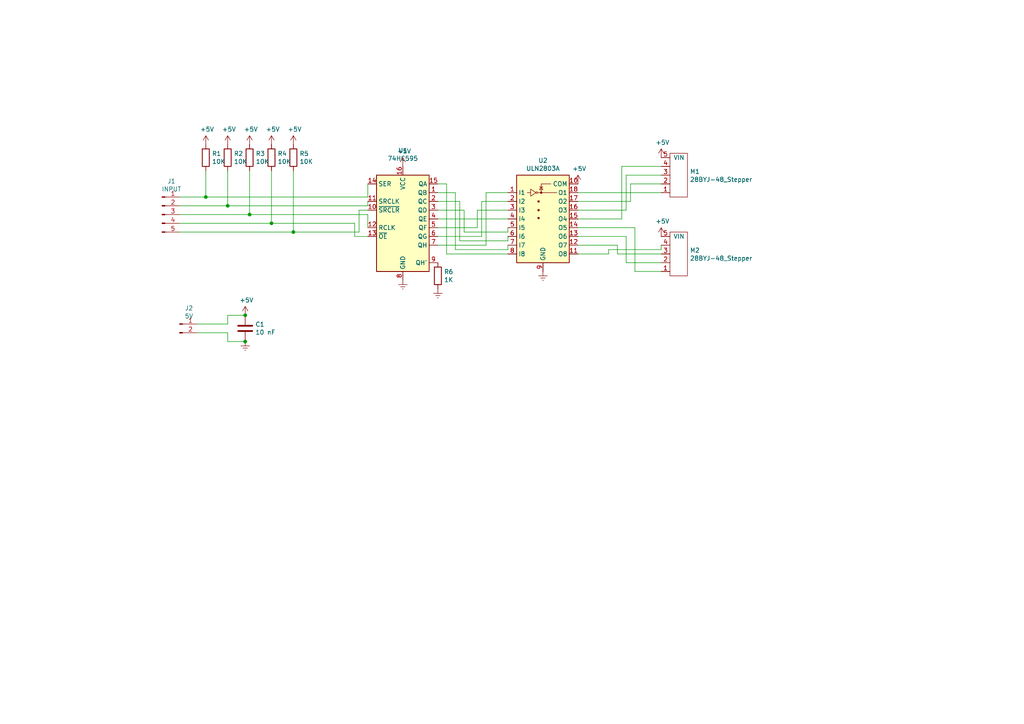
<source format=kicad_sch>
(kicad_sch (version 20211123) (generator eeschema)
  (paper "A4")
  (lib_symbols
    (symbol "28byj_controller-rescue:28BYJ-48_Stepper-FlightMotors" (pin_names (offset 1.016))
      (property "Reference" "M" (at 0 15.24 0))
      (property "Value" "28BYJ-48_Stepper-FlightMotors" (at 0 0 0))
      (symbol "28BYJ-48_Stepper-FlightMotors_0_1"
        (rectangle (start -2.54 13.97) (end 2.54 1.27))
      )
      (symbol "28BYJ-48_Stepper-FlightMotors_1_1"
        (pin power_in line (at 5.08 12.7 180) (length 2.54) (name "~") (number "1"))
        (pin power_in line (at 5.08 10.16 180) (length 2.54) (name "~") (number "2"))
        (pin power_in line (at 5.08 7.62 180) (length 2.54) (name "~") (number "3"))
        (pin power_in line (at 5.08 5.08 180) (length 2.54) (name "~") (number "4"))
        (pin power_in line (at 5.08 2.54 180) (length 2.54) (name "VIN") (number "5"))
      )
    )
    (symbol "74xx:74HC595"
      (property "Reference" "U" (at -7.62 13.97 0))
      (property "Value" "74HC595" (at -7.62 -16.51 0))
      (symbol "74HC595_1_0"
        (pin tri_state line (at 10.16 7.62 180) (length 2.54) (name "QB") (number "1"))
        (pin input line (at -10.16 2.54 0) (length 2.54) (name "~{SRCLR}") (number "10"))
        (pin input line (at -10.16 5.08 0) (length 2.54) (name "SRCLK") (number "11"))
        (pin input line (at -10.16 -2.54 0) (length 2.54) (name "RCLK") (number "12"))
        (pin input line (at -10.16 -5.08 0) (length 2.54) (name "~{OE}") (number "13"))
        (pin input line (at -10.16 10.16 0) (length 2.54) (name "SER") (number "14"))
        (pin tri_state line (at 10.16 10.16 180) (length 2.54) (name "QA") (number "15"))
        (pin power_in line (at 0 15.24 270) (length 2.54) (name "VCC") (number "16"))
        (pin tri_state line (at 10.16 5.08 180) (length 2.54) (name "QC") (number "2"))
        (pin tri_state line (at 10.16 2.54 180) (length 2.54) (name "QD") (number "3"))
        (pin tri_state line (at 10.16 0 180) (length 2.54) (name "QE") (number "4"))
        (pin tri_state line (at 10.16 -2.54 180) (length 2.54) (name "QF") (number "5"))
        (pin tri_state line (at 10.16 -5.08 180) (length 2.54) (name "QG") (number "6"))
        (pin tri_state line (at 10.16 -7.62 180) (length 2.54) (name "QH") (number "7"))
        (pin power_in line (at 0 -17.78 90) (length 2.54) (name "GND") (number "8"))
        (pin output line (at 10.16 -12.7 180) (length 2.54) (name "QH'") (number "9"))
      )
      (symbol "74HC595_1_1"
        (rectangle (start -7.62 12.7) (end 7.62 -15.24) (stroke (width 0.254)) (fill (type background)))
      )
    )
    (symbol "Connector:Conn_01x02_Male" (pin_names (offset 1.016) hide)
      (property "Reference" "J" (at 0 2.54 0))
      (property "Value" "Conn_01x02_Male" (at 0 -5.08 0))
      (symbol "Conn_01x02_Male_1_1"
        (polyline (pts (xy 1.27 -2.54) (xy 0.8636 -2.54)) (stroke (width 0.1524)))
        (polyline (pts (xy 1.27 0) (xy 0.8636 0)) (stroke (width 0.1524)))
        (rectangle (start 0.8636 -2.413) (end 0 -2.667) (stroke (width 0.1524)) (fill (type outline)))
        (rectangle (start 0.8636 0.127) (end 0 -0.127) (stroke (width 0.1524)) (fill (type outline)))
        (pin passive line (at 5.08 0 180) (length 3.81) (name "Pin_1") (number "1"))
        (pin passive line (at 5.08 -2.54 180) (length 3.81) (name "Pin_2") (number "2"))
      )
    )
    (symbol "Connector:Conn_01x05_Male" (pin_names (offset 1.016) hide)
      (property "Reference" "J" (at 0 7.62 0))
      (property "Value" "Conn_01x05_Male" (at 0 -7.62 0))
      (symbol "Conn_01x05_Male_1_1"
        (polyline (pts (xy 1.27 -5.08) (xy 0.8636 -5.08)) (stroke (width 0.1524)))
        (polyline (pts (xy 1.27 -2.54) (xy 0.8636 -2.54)) (stroke (width 0.1524)))
        (polyline (pts (xy 1.27 0) (xy 0.8636 0)) (stroke (width 0.1524)))
        (polyline (pts (xy 1.27 2.54) (xy 0.8636 2.54)) (stroke (width 0.1524)))
        (polyline (pts (xy 1.27 5.08) (xy 0.8636 5.08)) (stroke (width 0.1524)))
        (rectangle (start 0.8636 -4.953) (end 0 -5.207) (stroke (width 0.1524)) (fill (type outline)))
        (rectangle (start 0.8636 -2.413) (end 0 -2.667) (stroke (width 0.1524)) (fill (type outline)))
        (rectangle (start 0.8636 0.127) (end 0 -0.127) (stroke (width 0.1524)) (fill (type outline)))
        (rectangle (start 0.8636 2.667) (end 0 2.413) (stroke (width 0.1524)) (fill (type outline)))
        (rectangle (start 0.8636 5.207) (end 0 4.953) (stroke (width 0.1524)) (fill (type outline)))
        (pin passive line (at 5.08 5.08 180) (length 3.81) (name "Pin_1") (number "1"))
        (pin passive line (at 5.08 2.54 180) (length 3.81) (name "Pin_2") (number "2"))
        (pin passive line (at 5.08 0 180) (length 3.81) (name "Pin_3") (number "3"))
        (pin passive line (at 5.08 -2.54 180) (length 3.81) (name "Pin_4") (number "4"))
        (pin passive line (at 5.08 -5.08 180) (length 3.81) (name "Pin_5") (number "5"))
      )
    )
    (symbol "Device:C" (pin_numbers hide) (pin_names (offset 0.254))
      (property "Reference" "C" (at 0.635 2.54 0))
      (property "Value" "C" (at 0.635 -2.54 0))
      (symbol "C_0_1"
        (polyline (pts (xy -2.032 -0.762) (xy 2.032 -0.762)) (stroke (width 0.508)))
        (polyline (pts (xy -2.032 0.762) (xy 2.032 0.762)) (stroke (width 0.508)))
      )
      (symbol "C_1_1"
        (pin passive line (at 0 3.81 270) (length 2.794) (name "~") (number "1"))
        (pin passive line (at 0 -3.81 90) (length 2.794) (name "~") (number "2"))
      )
    )
    (symbol "Device:R" (pin_numbers hide) (pin_names (offset 0))
      (property "Reference" "R" (at 2.032 0 90))
      (property "Value" "R" (at 0 0 90))
      (symbol "R_0_1"
        (rectangle (start -1.016 -2.54) (end 1.016 2.54) (stroke (width 0.254)))
      )
      (symbol "R_1_1"
        (pin passive line (at 0 3.81 270) (length 1.27) (name "~") (number "1"))
        (pin passive line (at 0 -3.81 90) (length 1.27) (name "~") (number "2"))
      )
    )
    (symbol "Transistor_Array:ULN2803A"
      (property "Reference" "U" (at 0 13.335 0))
      (property "Value" "ULN2803A" (at 0 11.43 0))
      (symbol "ULN2803A_0_1"
        (rectangle (start -7.62 -15.24) (end 7.62 10.16) (stroke (width 0.254)) (fill (type background)))
        (circle (center -1.778 5.08) (radius 0.254))
        (circle (center -1.27 -2.286) (radius 0.254) (fill (type outline)))
        (circle (center -1.27 0) (radius 0.254) (fill (type outline)))
        (circle (center -1.27 2.54) (radius 0.254) (fill (type outline)))
        (circle (center -0.508 5.08) (radius 0.254) (fill (type outline)))
        (polyline (pts (xy -4.572 5.08) (xy -3.556 5.08)))
        (polyline (pts (xy -1.524 5.08) (xy 4.064 5.08)))
        (polyline (pts (xy 0 6.731) (xy -1.016 6.731)))
        (polyline (pts (xy -0.508 5.08) (xy -0.508 7.62) (xy 2.286 7.62)))
        (polyline (pts (xy -3.556 6.096) (xy -3.556 4.064) (xy -2.032 5.08) (xy -3.556 6.096)))
        (polyline (pts (xy 0 5.969) (xy -1.016 5.969) (xy -0.508 6.731) (xy 0 5.969)))
      )
      (symbol "ULN2803A_1_1"
        (pin input line (at -10.16 5.08 0) (length 2.54) (name "I1") (number "1"))
        (pin passive line (at 10.16 7.62 180) (length 2.54) (name "COM") (number "10"))
        (pin open_collector line (at 10.16 -12.7 180) (length 2.54) (name "O8") (number "11"))
        (pin open_collector line (at 10.16 -10.16 180) (length 2.54) (name "O7") (number "12"))
        (pin open_collector line (at 10.16 -7.62 180) (length 2.54) (name "O6") (number "13"))
        (pin open_collector line (at 10.16 -5.08 180) (length 2.54) (name "O5") (number "14"))
        (pin open_collector line (at 10.16 -2.54 180) (length 2.54) (name "O4") (number "15"))
        (pin open_collector line (at 10.16 0 180) (length 2.54) (name "O3") (number "16"))
        (pin open_collector line (at 10.16 2.54 180) (length 2.54) (name "O2") (number "17"))
        (pin open_collector line (at 10.16 5.08 180) (length 2.54) (name "O1") (number "18"))
        (pin input line (at -10.16 2.54 0) (length 2.54) (name "I2") (number "2"))
        (pin input line (at -10.16 0 0) (length 2.54) (name "I3") (number "3"))
        (pin input line (at -10.16 -2.54 0) (length 2.54) (name "I4") (number "4"))
        (pin input line (at -10.16 -5.08 0) (length 2.54) (name "I5") (number "5"))
        (pin input line (at -10.16 -7.62 0) (length 2.54) (name "I6") (number "6"))
        (pin input line (at -10.16 -10.16 0) (length 2.54) (name "I7") (number "7"))
        (pin input line (at -10.16 -12.7 0) (length 2.54) (name "I8") (number "8"))
        (pin power_in line (at 0 -17.78 90) (length 2.54) (name "GND") (number "9"))
      )
    )
    (symbol "power:+5V" (power) (pin_names (offset 0))
      (property "Value" "+5V" (at 0 3.556 0))
      (symbol "+5V_0_1"
        (polyline (pts (xy -0.762 1.27) (xy 0 2.54)))
        (polyline (pts (xy 0 0) (xy 0 2.54)))
        (polyline (pts (xy 0 2.54) (xy 0.762 1.27)))
      )
      (symbol "+5V_1_1"
        (pin power_in line (at 0 0 90) (length 0) hide (name "+5V") (number "1"))
      )
    )
    (symbol "power:Earth" (power) (pin_names (offset 0))
      (symbol "Earth_0_1"
        (polyline (pts (xy -0.635 -1.905) (xy 0.635 -1.905)))
        (polyline (pts (xy -0.127 -2.54) (xy 0.127 -2.54)))
        (polyline (pts (xy 0 -1.27) (xy 0 0)))
        (polyline (pts (xy 1.27 -1.27) (xy -1.27 -1.27)))
      )
      (symbol "Earth_1_1"
        (pin power_in line (at 0 0 270) (length 0) hide (name "Earth") (number "1"))
      )
    )
  )
  (junction (at 78.74 64.77))
  (junction (at 71.12 99.06))
  (junction (at 72.39 62.23))
  (junction (at 85.09 67.31))
  (junction (at 71.12 91.44))
  (junction (at 59.69 57.15))
  (junction (at 66.04 59.69))
  (wire (pts (xy 127 68.58) (xy 139.7 68.58)))
  (wire (pts (xy 147.32 69.85) (xy 147.32 68.58)))
  (wire (pts (xy 52.07 57.15) (xy 59.69 57.15)))
  (wire (pts (xy 66.04 99.06) (xy 71.12 99.06)))
  (wire (pts (xy 139.7 68.58) (xy 139.7 58.42)))
  (wire (pts (xy 57.15 96.52) (xy 66.04 96.52)))
  (wire (pts (xy 127 63.5) (xy 147.32 63.5)))
  (wire (pts (xy 182.88 58.42) (xy 182.88 53.34)))
  (wire (pts (xy 127 55.88) (xy 132.08 55.88)))
  (wire (pts (xy 52.07 64.77) (xy 78.74 64.77)))
  (wire (pts (xy 167.64 58.42) (xy 182.88 58.42)))
  (wire (pts (xy 167.64 68.58) (xy 181.61 68.58)))
  (wire (pts (xy 140.97 71.12) (xy 140.97 55.88)))
  (wire (pts (xy 52.07 59.69) (xy 66.04 59.69)))
  (wire (pts (xy 134.62 60.96) (xy 134.62 67.31)))
  (wire (pts (xy 181.61 50.8) (xy 191.77 50.8)))
  (wire (pts (xy 104.14 60.96) (xy 106.68 60.96)))
  (wire (pts (xy 180.34 63.5) (xy 180.34 48.26)))
  (wire (pts (xy 66.04 91.44) (xy 71.12 91.44)))
  (wire (pts (xy 179.07 73.66) (xy 191.77 73.66)))
  (wire (pts (xy 132.08 72.39) (xy 147.32 72.39)))
  (wire (pts (xy 147.32 72.39) (xy 147.32 71.12)))
  (wire (pts (xy 106.68 59.69) (xy 106.68 58.42)))
  (wire (pts (xy 78.74 49.53) (xy 78.74 64.77)))
  (wire (pts (xy 127 66.04) (xy 138.43 66.04)))
  (wire (pts (xy 138.43 66.04) (xy 138.43 60.96)))
  (wire (pts (xy 134.62 67.31) (xy 147.32 67.31)))
  (wire (pts (xy 57.15 93.98) (xy 66.04 93.98)))
  (wire (pts (xy 106.68 62.23) (xy 106.68 66.04)))
  (wire (pts (xy 147.32 67.31) (xy 147.32 66.04)))
  (wire (pts (xy 85.09 49.53) (xy 85.09 67.31)))
  (wire (pts (xy 59.69 57.15) (xy 106.68 57.15)))
  (wire (pts (xy 66.04 93.98) (xy 66.04 91.44)))
  (wire (pts (xy 133.35 69.85) (xy 147.32 69.85)))
  (wire (pts (xy 52.07 62.23) (xy 72.39 62.23)))
  (wire (pts (xy 167.64 71.12) (xy 179.07 71.12)))
  (wire (pts (xy 191.77 72.39) (xy 191.77 71.12)))
  (wire (pts (xy 140.97 55.88) (xy 147.32 55.88)))
  (wire (pts (xy 180.34 48.26) (xy 191.77 48.26)))
  (wire (pts (xy 184.15 78.74) (xy 191.77 78.74)))
  (wire (pts (xy 59.69 49.53) (xy 59.69 57.15)))
  (wire (pts (xy 167.64 60.96) (xy 181.61 60.96)))
  (wire (pts (xy 139.7 58.42) (xy 147.32 58.42)))
  (wire (pts (xy 181.61 60.96) (xy 181.61 50.8)))
  (wire (pts (xy 66.04 96.52) (xy 66.04 99.06)))
  (wire (pts (xy 72.39 49.53) (xy 72.39 62.23)))
  (wire (pts (xy 66.04 59.69) (xy 106.68 59.69)))
  (wire (pts (xy 138.43 60.96) (xy 147.32 60.96)))
  (wire (pts (xy 132.08 55.88) (xy 132.08 72.39)))
  (wire (pts (xy 78.74 64.77) (xy 102.87 64.77)))
  (wire (pts (xy 181.61 68.58) (xy 181.61 76.2)))
  (wire (pts (xy 127 58.42) (xy 133.35 58.42)))
  (wire (pts (xy 167.64 66.04) (xy 184.15 66.04)))
  (wire (pts (xy 66.04 49.53) (xy 66.04 59.69)))
  (wire (pts (xy 72.39 62.23) (xy 106.68 62.23)))
  (wire (pts (xy 127 71.12) (xy 140.97 71.12)))
  (wire (pts (xy 167.64 73.66) (xy 176.53 73.66)))
  (wire (pts (xy 129.54 53.34) (xy 129.54 73.66)))
  (wire (pts (xy 167.64 63.5) (xy 180.34 63.5)))
  (wire (pts (xy 127 60.96) (xy 134.62 60.96)))
  (wire (pts (xy 181.61 76.2) (xy 191.77 76.2)))
  (wire (pts (xy 182.88 53.34) (xy 191.77 53.34)))
  (wire (pts (xy 85.09 67.31) (xy 104.14 67.31)))
  (wire (pts (xy 184.15 66.04) (xy 184.15 78.74)))
  (wire (pts (xy 167.64 55.88) (xy 191.77 55.88)))
  (wire (pts (xy 179.07 71.12) (xy 179.07 73.66)))
  (wire (pts (xy 102.87 68.58) (xy 106.68 68.58)))
  (wire (pts (xy 127 53.34) (xy 129.54 53.34)))
  (wire (pts (xy 104.14 67.31) (xy 104.14 60.96)))
  (wire (pts (xy 176.53 72.39) (xy 191.77 72.39)))
  (wire (pts (xy 102.87 64.77) (xy 102.87 68.58)))
  (wire (pts (xy 106.68 57.15) (xy 106.68 53.34)))
  (wire (pts (xy 129.54 73.66) (xy 147.32 73.66)))
  (wire (pts (xy 176.53 73.66) (xy 176.53 72.39)))
  (wire (pts (xy 133.35 58.42) (xy 133.35 69.85)))
  (wire (pts (xy 52.07 67.31) (xy 85.09 67.31)))
  (symbol (lib_id "28byj_controller-rescue:28BYJ-48_Stepper-FlightMotors") (at 196.85 43.18 180) (unit 1)
    (property "Reference" "M1" (at 200.1012 49.7586 0) (effects (justify right)))
    (property "Value" "28BYJ-48_Stepper" (at 200.1012 52.07 0) (effects (justify right)))
    (property "Footprint" "Connector_JST:JST_XH_B5B-XH-A_1x05_P2.50mm_Vertical" (effects hide))
  )
  (symbol (lib_id "74xx:74HC595") (at 116.84 63.5 0) (unit 1)
    (property "Reference" "U1" (at 116.84 43.6626 0))
    (property "Value" "74HC595" (at 116.84 45.974 0))
    (property "Footprint" "Package_SO:SO-16_3.9x9.9mm_P1.27mm" (effects hide))
    (property "Datasheet" "http://www.ti.com/lit/ds/symlink/sn74hc595.pdf" (effects hide))
  )
  (symbol (lib_id "28byj_controller-rescue:28BYJ-48_Stepper-FlightMotors") (at 196.85 66.04 180) (unit 1)
    (property "Reference" "M2" (at 200.1012 72.6186 0) (effects (justify right)))
    (property "Value" "28BYJ-48_Stepper" (at 200.1012 74.93 0) (effects (justify right)))
    (property "Footprint" "Connector_JST:JST_XH_B5B-XH-A_1x05_P2.50mm_Vertical" (effects hide))
  )
  (symbol (lib_id "Transistor_Array:ULN2803A") (at 157.48 60.96 0) (unit 1)
    (property "Reference" "U2" (at 157.48 46.5582 0))
    (property "Value" "ULN2803A" (at 157.48 48.8696 0))
    (property "Footprint" "Package_DIP:DIP-18_W7.62mm" (effects hide))
    (property "Datasheet" "http://www.ti.com/lit/ds/symlink/uln2803a.pdf" (effects hide))
  )
  (symbol (lib_id "Connector:Conn_01x05_Male") (at 46.99 62.23 0) (unit 1)
    (property "Reference" "J1" (at 49.7332 52.5526 0))
    (property "Value" "INPUT" (at 49.7332 54.864 0))
    (property "Footprint" "Connector_JST:JST_XH_B5B-XH-A_1x05_P2.50mm_Vertical" (effects hide))
  )
  (symbol (lib_id "power:Earth") (at 116.84 81.28 0) (unit 1)
    (property "Reference" "#PWR0101" (effects hide))
    (property "Value" "Earth" (effects hide))
  )
  (symbol (lib_id "Device:R") (at 59.69 45.72 0) (unit 1)
    (property "Reference" "R1" (at 61.468 44.5516 0) (effects (justify left)))
    (property "Value" "10K" (at 61.468 46.863 0) (effects (justify left)))
    (property "Footprint" "Resistor_SMD:R_0805_2012Metric_Pad1.20x1.40mm_HandSolder" (effects hide))
  )
  (symbol (lib_id "Device:R") (at 66.04 45.72 0) (unit 1)
    (property "Reference" "R2" (at 67.818 44.5516 0) (effects (justify left)))
    (property "Value" "10K" (at 67.818 46.863 0) (effects (justify left)))
    (property "Footprint" "Resistor_SMD:R_0805_2012Metric_Pad1.20x1.40mm_HandSolder" (effects hide))
  )
  (symbol (lib_id "Device:R") (at 72.39 45.72 0) (unit 1)
    (property "Reference" "R3" (at 74.168 44.5516 0) (effects (justify left)))
    (property "Value" "10K" (at 74.168 46.863 0) (effects (justify left)))
    (property "Footprint" "Resistor_SMD:R_0805_2012Metric_Pad1.20x1.40mm_HandSolder" (effects hide))
  )
  (symbol (lib_id "Device:R") (at 78.74 45.72 0) (unit 1)
    (property "Reference" "R4" (at 80.518 44.5516 0) (effects (justify left)))
    (property "Value" "10K" (at 80.518 46.863 0) (effects (justify left)))
    (property "Footprint" "Resistor_SMD:R_0805_2012Metric_Pad1.20x1.40mm_HandSolder" (effects hide))
  )
  (symbol (lib_id "Device:R") (at 85.09 45.72 0) (unit 1)
    (property "Reference" "R5" (at 86.868 44.5516 0) (effects (justify left)))
    (property "Value" "10K" (at 86.868 46.863 0) (effects (justify left)))
    (property "Footprint" "Resistor_SMD:R_0805_2012Metric_Pad1.20x1.40mm_HandSolder" (effects hide))
  )
  (symbol (lib_id "power:+5V") (at 59.69 41.91 0) (unit 1)
    (property "Reference" "#PWR0102" (effects hide))
    (property "Value" "+5V" (at 60.071 37.5158 0))
  )
  (symbol (lib_id "power:+5V") (at 66.04 41.91 0) (unit 1)
    (property "Reference" "#PWR0103" (effects hide))
    (property "Value" "+5V" (at 66.421 37.5158 0))
  )
  (symbol (lib_id "power:+5V") (at 72.39 41.91 0) (unit 1)
    (property "Reference" "#PWR0104" (effects hide))
    (property "Value" "+5V" (at 72.771 37.5158 0))
  )
  (symbol (lib_id "power:+5V") (at 78.74 41.91 0) (unit 1)
    (property "Reference" "#PWR0105" (effects hide))
    (property "Value" "+5V" (at 79.121 37.5158 0))
  )
  (symbol (lib_id "power:+5V") (at 85.09 41.91 0) (unit 1)
    (property "Reference" "#PWR0106" (effects hide))
    (property "Value" "+5V" (at 85.471 37.5158 0))
  )
  (symbol (lib_id "Device:R") (at 127 80.01 0) (unit 1)
    (property "Reference" "R6" (at 128.778 78.8416 0) (effects (justify left)))
    (property "Value" "1K" (at 128.778 81.153 0) (effects (justify left)))
    (property "Footprint" "Resistor_SMD:R_0805_2012Metric_Pad1.20x1.40mm_HandSolder" (effects hide))
  )
  (symbol (lib_id "power:Earth") (at 127 83.82 0) (unit 1)
    (property "Reference" "#PWR0107" (effects hide))
    (property "Value" "Earth" (effects hide))
  )
  (symbol (lib_id "power:+5V") (at 191.77 68.58 0) (unit 1)
    (property "Reference" "#PWR0108" (effects hide))
    (property "Value" "+5V" (at 192.151 64.1858 0))
  )
  (symbol (lib_id "power:+5V") (at 191.77 45.72 0) (unit 1)
    (property "Reference" "#PWR0109" (effects hide))
    (property "Value" "+5V" (at 192.151 41.3258 0))
  )
  (symbol (lib_id "power:+5V") (at 167.64 53.34 0) (unit 1)
    (property "Reference" "#PWR0110" (effects hide))
    (property "Value" "+5V" (at 168.021 48.9458 0))
  )
  (symbol (lib_id "power:Earth") (at 157.48 78.74 0) (unit 1)
    (property "Reference" "#PWR0111" (effects hide))
    (property "Value" "Earth" (effects hide))
  )
  (symbol (lib_id "Connector:Conn_01x02_Male") (at 52.07 93.98 0) (unit 1)
    (property "Reference" "J2" (at 54.8132 89.3826 0))
    (property "Value" "5V" (at 54.8132 91.694 0))
    (property "Footprint" "Connector_JST:JST_XH_B2B-XH-A_1x02_P2.50mm_Vertical" (effects hide))
  )
  (symbol (lib_id "Device:C") (at 71.12 95.25 0) (unit 1)
    (property "Reference" "C1" (at 74.041 94.0816 0) (effects (justify left)))
    (property "Value" "10 nF" (at 74.041 96.393 0) (effects (justify left)))
    (property "Footprint" "Capacitor_SMD:C_0805_2012Metric_Pad1.18x1.45mm_HandSolder" (effects hide))
  )
  (symbol (lib_id "power:+5V") (at 71.12 91.44 0) (unit 1)
    (property "Reference" "#PWR0112" (effects hide))
    (property "Value" "+5V" (at 71.501 87.0458 0))
  )
  (symbol (lib_id "power:Earth") (at 71.12 99.06 0) (unit 1)
    (property "Reference" "#PWR0113" (effects hide))
    (property "Value" "Earth" (effects hide))
  )
  (symbol (lib_id "power:+5V") (at 116.84 48.26 0) (unit 1)
    (property "Reference" "#PWR0114" (effects hide))
    (property "Value" "+5V" (at 117.221 43.8658 0))
  )
)
</source>
